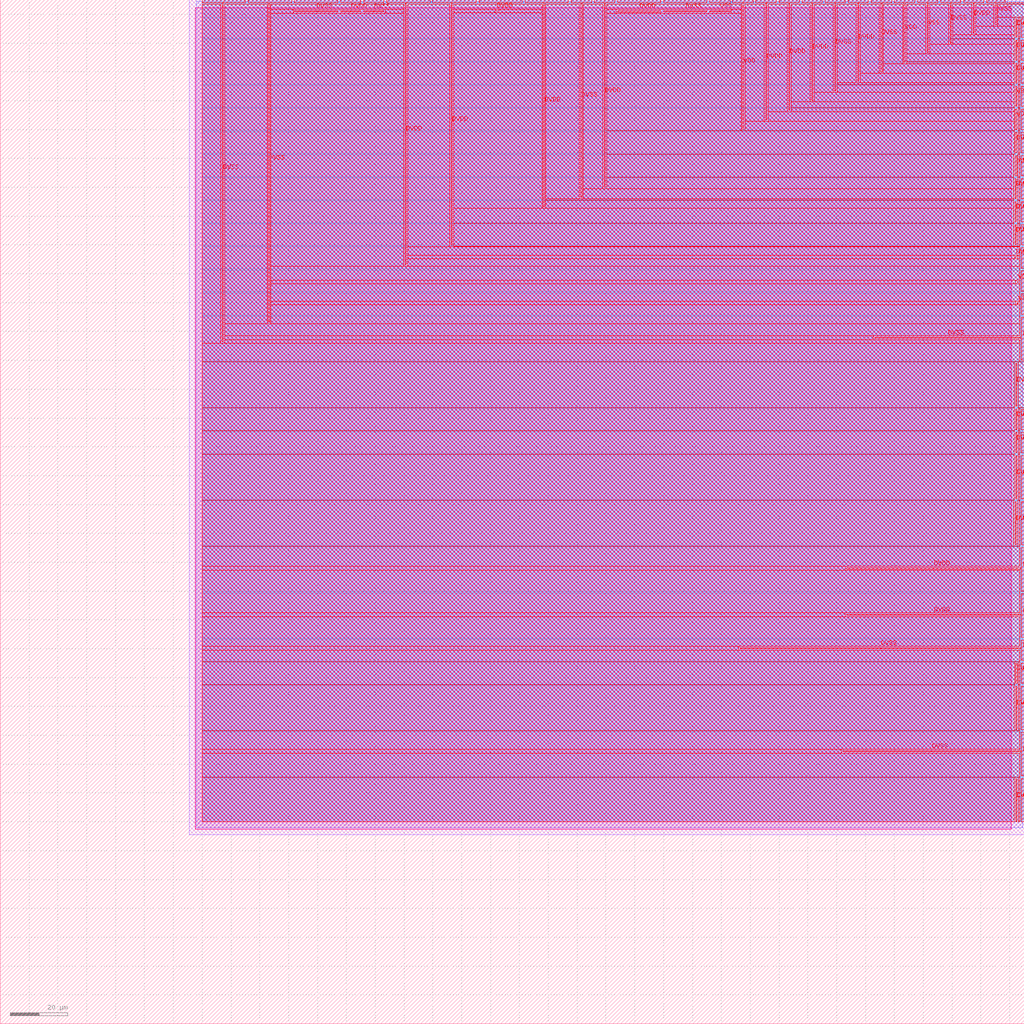
<source format=lef>
VERSION 5.7 ;
  NOWIREEXTENSIONATPIN ON ;
  DIVIDERCHAR "/" ;
  BUSBITCHARS "[]" ;
MACRO gf180mcu_fd_io__cor
  CLASS ENDCAP BOTTOMLEFT ;
  FOREIGN gf180mcu_fd_io__cor ;
  ORIGIN 0.000 0.000 ;
  SIZE 355.000 BY 355.000 ;
  SYMMETRY X Y R90 ;
  SITE GF_COR_Site ;
  PIN DVDD
    DIRECTION INOUT ;
    USE POWER ;
    PORT
      LAYER Metal3 ;
        RECT 334.000 354.000 341.000 355.000 ;
    END
    PORT
      LAYER Metal3 ;
        RECT 354.000 334.000 355.000 341.000 ;
    END
    PORT
      LAYER Metal3 ;
        RECT 294.000 354.000 301.000 355.000 ;
    END
    PORT
      LAYER Metal3 ;
        RECT 354.000 294.000 355.000 301.000 ;
    END
    PORT
      LAYER Metal3 ;
        RECT 278.000 354.000 285.000 355.000 ;
    END
    PORT
      LAYER Metal3 ;
        RECT 354.000 278.000 355.000 285.000 ;
    END
    PORT
      LAYER Metal3 ;
        RECT 270.000 354.000 277.000 355.000 ;
    END
    PORT
      LAYER Metal3 ;
        RECT 354.000 270.000 355.000 277.000 ;
    END
    PORT
      LAYER Metal3 ;
        RECT 262.000 354.000 269.000 355.000 ;
    END
    PORT
      LAYER Metal3 ;
        RECT 354.000 262.000 355.000 269.000 ;
    END
    PORT
      LAYER Metal3 ;
        RECT 214.000 354.000 229.000 355.000 ;
    END
    PORT
      LAYER Metal3 ;
        RECT 352.060 214.000 352.440 228.995 ;
    END
    PORT
      LAYER Metal3 ;
        RECT 206.000 354.000 213.000 355.000 ;
    END
    PORT
      LAYER Metal3 ;
        RECT 354.000 206.000 355.000 213.000 ;
    END
    PORT
      LAYER Metal3 ;
        RECT 182.000 354.000 197.000 355.000 ;
    END
    PORT
      LAYER Metal3 ;
        RECT 354.000 182.000 355.000 197.000 ;
    END
    PORT
      LAYER Metal3 ;
        RECT 166.000 354.000 181.000 355.000 ;
    END
    PORT
      LAYER Metal3 ;
        RECT 354.000 166.000 355.000 181.000 ;
    END
    PORT
      LAYER Metal3 ;
        RECT 150.000 354.000 165.000 355.000 ;
    END
    PORT
      LAYER Metal3 ;
        RECT 354.000 150.000 355.000 165.000 ;
    END
    PORT
      LAYER Metal3 ;
        RECT 134.000 354.000 149.000 355.000 ;
    END
    PORT
      LAYER Metal3 ;
        RECT 354.000 134.000 355.000 149.000 ;
    END
    PORT
      LAYER Metal3 ;
        RECT 118.000 354.000 125.000 355.000 ;
    END
    PORT
      LAYER Metal4 ;
        RECT 334.000 354.000 341.000 355.000 ;
    END
    PORT
      LAYER Metal4 ;
        RECT 354.000 334.000 355.000 341.000 ;
    END
    PORT
      LAYER Metal4 ;
        RECT 294.000 354.000 301.000 355.000 ;
    END
    PORT
      LAYER Metal4 ;
        RECT 354.000 294.000 355.000 301.000 ;
    END
    PORT
      LAYER Metal4 ;
        RECT 278.000 354.000 285.000 355.000 ;
    END
    PORT
      LAYER Metal4 ;
        RECT 354.000 278.000 355.000 285.000 ;
    END
    PORT
      LAYER Metal4 ;
        RECT 270.000 354.000 277.000 355.000 ;
    END
    PORT
      LAYER Metal4 ;
        RECT 354.000 270.000 355.000 277.000 ;
    END
    PORT
      LAYER Metal4 ;
        RECT 262.000 354.000 269.000 355.000 ;
    END
    PORT
      LAYER Metal4 ;
        RECT 354.000 262.000 355.000 269.000 ;
    END
    PORT
      LAYER Metal4 ;
        RECT 214.000 354.000 229.000 355.000 ;
    END
    PORT
      LAYER Metal4 ;
        RECT 352.060 214.000 352.440 228.995 ;
    END
    PORT
      LAYER Metal4 ;
        RECT 206.000 354.000 213.000 355.000 ;
    END
    PORT
      LAYER Metal4 ;
        RECT 354.000 206.000 355.000 213.000 ;
    END
    PORT
      LAYER Metal4 ;
        RECT 182.000 354.000 197.000 355.000 ;
    END
    PORT
      LAYER Metal4 ;
        RECT 354.000 182.000 355.000 197.000 ;
    END
    PORT
      LAYER Metal4 ;
        RECT 166.000 354.000 181.000 355.000 ;
    END
    PORT
      LAYER Metal4 ;
        RECT 354.000 166.000 355.000 181.000 ;
    END
    PORT
      LAYER Metal4 ;
        RECT 150.000 354.000 165.000 355.000 ;
    END
    PORT
      LAYER Metal4 ;
        RECT 354.000 150.000 355.000 165.000 ;
    END
    PORT
      LAYER Metal4 ;
        RECT 134.000 354.000 149.000 355.000 ;
    END
    PORT
      LAYER Metal4 ;
        RECT 354.000 134.000 355.000 149.000 ;
    END
    PORT
      LAYER Metal4 ;
        RECT 118.000 354.000 125.000 355.000 ;
    END
    PORT
      LAYER Metal5 ;
        RECT 334.000 354.000 341.000 355.000 ;
    END
    PORT
      LAYER Metal5 ;
        RECT 354.000 334.000 355.000 341.000 ;
    END
    PORT
      LAYER Metal5 ;
        RECT 294.000 354.000 301.000 355.000 ;
    END
    PORT
      LAYER Metal5 ;
        RECT 354.000 294.000 355.000 301.000 ;
    END
    PORT
      LAYER Metal5 ;
        RECT 278.000 354.000 285.000 355.000 ;
    END
    PORT
      LAYER Metal5 ;
        RECT 354.000 278.000 355.000 285.000 ;
    END
    PORT
      LAYER Metal5 ;
        RECT 270.000 354.000 277.000 355.000 ;
    END
    PORT
      LAYER Metal5 ;
        RECT 354.000 270.000 355.000 277.000 ;
    END
    PORT
      LAYER Metal5 ;
        RECT 262.000 354.000 269.000 355.000 ;
    END
    PORT
      LAYER Metal5 ;
        RECT 354.000 262.000 355.000 269.000 ;
    END
    PORT
      LAYER Metal5 ;
        RECT 214.000 354.000 229.000 355.000 ;
    END
    PORT
      LAYER Metal5 ;
        RECT 273.310 316.745 273.690 354.000 ;
    END
    PORT
      LAYER Metal5 ;
        RECT 206.000 354.000 213.000 355.000 ;
    END
    PORT
      LAYER Metal5 ;
        RECT 354.000 206.000 355.000 213.000 ;
    END
    PORT
      LAYER Metal5 ;
        RECT 182.000 354.000 197.000 355.000 ;
    END
    PORT
      LAYER Metal5 ;
        RECT 354.000 182.000 355.000 197.000 ;
    END
    PORT
      LAYER Metal5 ;
        RECT 166.000 354.000 181.000 355.000 ;
    END
    PORT
      LAYER Metal5 ;
        RECT 354.000 166.000 355.000 181.000 ;
    END
    PORT
      LAYER Metal5 ;
        RECT 150.000 354.000 165.000 355.000 ;
    END
    PORT
      LAYER Metal5 ;
        RECT 354.000 150.000 355.000 165.000 ;
    END
    PORT
      LAYER Metal5 ;
        RECT 134.000 354.000 149.000 355.000 ;
    END
    PORT
      LAYER Metal5 ;
        RECT 354.000 134.000 355.000 149.000 ;
    END
    PORT
      LAYER Metal5 ;
        RECT 118.000 354.000 125.000 355.000 ;
    END
    PORT
      LAYER Metal5 ;
        RECT 354.000 118.000 355.000 125.000 ;
    END
    PORT
      LAYER Metal4 ;
        RECT 354.000 118.000 355.000 125.000 ;
    END
    PORT
      LAYER Metal3 ;
        RECT 354.000 118.000 355.000 125.000 ;
    END
    PORT
      LAYER Metal5 ;
        RECT 337.310 343.345 337.690 354.000 ;
    END
    PORT
      LAYER Metal5 ;
        RECT 352.060 214.000 352.440 228.995 ;
    END
    PORT
      LAYER Metal4 ;
        RECT 351.950 265.690 352.230 265.970 ;
      LAYER Metal5 ;
        RECT 351.950 265.690 352.230 265.970 ;
    END
    PORT
      LAYER Metal5 ;
        RECT 351.910 270.000 352.290 277.000 ;
    END
    PORT
      LAYER Metal5 ;
        RECT 351.920 278.000 352.300 285.000 ;
    END
    PORT
      LAYER Metal5 ;
        RECT 351.945 294.000 352.325 301.000 ;
    END
    PORT
      LAYER Metal5 ;
        RECT 352.010 334.000 352.390 341.000 ;
    END
    PORT
      LAYER Metal5 ;
        RECT 214.000 350.740 229.000 351.120 ;
    END
    PORT
      LAYER Metal5 ;
        RECT 265.310 313.415 265.690 354.000 ;
    END
    PORT
      LAYER Metal5 ;
        RECT 281.310 320.060 281.690 354.000 ;
    END
    PORT
      LAYER Metal5 ;
        RECT 297.310 326.710 297.690 354.000 ;
    END
    PORT
      LAYER Metal5 ;
        RECT 209.310 289.930 209.690 354.000 ;
    END
    PORT
      LAYER Metal5 ;
        RECT 188.320 283.200 188.700 354.000 ;
    END
    PORT
      LAYER Metal5 ;
        RECT 118.000 350.800 125.000 351.180 ;
    END
    PORT
      LAYER Metal5 ;
        RECT 140.320 263.145 140.700 354.000 ;
    END
    PORT
      LAYER Metal5 ;
        RECT 156.320 269.835 156.700 354.000 ;
    END
    PORT
      LAYER Metal4 ;
        RECT 172.040 350.980 172.320 351.260 ;
      LAYER Metal5 ;
        RECT 172.040 350.980 172.320 351.260 ;
    END
    PORT
      LAYER Metal5 ;
        RECT 351.970 182.000 352.350 197.000 ;
    END
    PORT
      LAYER Metal5 ;
        RECT 352.035 206.000 352.415 213.000 ;
    END
    PORT
      LAYER Metal5 ;
        RECT 293.405 157.640 354.000 158.020 ;
    END
    PORT
      LAYER Metal5 ;
        RECT 351.920 166.000 352.300 181.000 ;
    END
    PORT
      LAYER Metal5 ;
        RECT 352.120 118.000 352.500 125.000 ;
    END
    PORT
      LAYER Metal5 ;
        RECT 293.405 141.640 354.000 142.020 ;
    END
  END DVDD
  PIN DVSS
    DIRECTION INOUT ;
    USE GROUND ;
    PORT
      LAYER Metal3 ;
        RECT 342.000 354.000 348.390 355.000 ;
    END
    PORT
      LAYER Metal3 ;
        RECT 354.000 342.000 355.000 348.390 ;
    END
    PORT
      LAYER Metal3 ;
        RECT 326.000 354.000 333.000 355.000 ;
    END
    PORT
      LAYER Metal3 ;
        RECT 354.000 326.000 355.000 333.000 ;
    END
    PORT
      LAYER Metal3 ;
        RECT 302.000 354.000 309.000 355.000 ;
    END
    PORT
      LAYER Metal3 ;
        RECT 354.000 302.000 355.000 309.000 ;
    END
    PORT
      LAYER Metal3 ;
        RECT 286.000 354.000 293.000 355.000 ;
    END
    PORT
      LAYER Metal3 ;
        RECT 354.000 286.000 355.000 293.000 ;
    END
    PORT
      LAYER Metal3 ;
        RECT 230.000 354.000 245.000 355.000 ;
    END
    PORT
      LAYER Metal3 ;
        RECT 354.000 230.000 355.000 245.000 ;
    END
    PORT
      LAYER Metal3 ;
        RECT 198.000 354.000 205.000 355.000 ;
    END
    PORT
      LAYER Metal3 ;
        RECT 354.000 198.000 355.000 205.000 ;
    END
    PORT
      LAYER Metal3 ;
        RECT 126.000 354.000 133.000 355.000 ;
    END
    PORT
      LAYER Metal3 ;
        RECT 354.000 126.000 355.000 133.000 ;
    END
    PORT
      LAYER Metal3 ;
        RECT 102.000 354.000 117.000 355.000 ;
    END
    PORT
      LAYER Metal3 ;
        RECT 354.000 102.000 355.000 117.000 ;
    END
    PORT
      LAYER Metal3 ;
        RECT 86.000 354.000 101.000 355.000 ;
    END
    PORT
      LAYER Metal3 ;
        RECT 354.000 86.000 355.000 101.000 ;
    END
    PORT
      LAYER Metal3 ;
        RECT 70.000 354.000 85.000 355.000 ;
    END
    PORT
      LAYER Metal4 ;
        RECT 342.000 354.000 348.390 355.000 ;
    END
    PORT
      LAYER Metal4 ;
        RECT 354.000 342.000 355.000 348.390 ;
    END
    PORT
      LAYER Metal4 ;
        RECT 326.000 354.000 333.000 355.000 ;
    END
    PORT
      LAYER Metal4 ;
        RECT 354.000 326.000 355.000 333.000 ;
    END
    PORT
      LAYER Metal4 ;
        RECT 302.000 354.000 309.000 355.000 ;
    END
    PORT
      LAYER Metal4 ;
        RECT 354.000 302.000 355.000 309.000 ;
    END
    PORT
      LAYER Metal4 ;
        RECT 286.000 354.000 293.000 355.000 ;
    END
    PORT
      LAYER Metal4 ;
        RECT 354.000 286.000 355.000 293.000 ;
    END
    PORT
      LAYER Metal4 ;
        RECT 230.000 354.000 245.000 355.000 ;
    END
    PORT
      LAYER Metal4 ;
        RECT 354.000 230.000 355.000 245.000 ;
    END
    PORT
      LAYER Metal4 ;
        RECT 198.000 354.000 205.000 355.000 ;
    END
    PORT
      LAYER Metal4 ;
        RECT 354.000 198.000 355.000 205.000 ;
    END
    PORT
      LAYER Metal4 ;
        RECT 126.000 354.000 133.000 355.000 ;
    END
    PORT
      LAYER Metal4 ;
        RECT 354.000 126.000 355.000 133.000 ;
    END
    PORT
      LAYER Metal4 ;
        RECT 102.000 354.000 117.000 355.000 ;
    END
    PORT
      LAYER Metal4 ;
        RECT 354.000 102.000 355.000 117.000 ;
    END
    PORT
      LAYER Metal4 ;
        RECT 86.000 354.000 101.000 355.000 ;
    END
    PORT
      LAYER Metal4 ;
        RECT 354.000 86.000 355.000 101.000 ;
    END
    PORT
      LAYER Metal4 ;
        RECT 70.000 354.000 85.000 355.000 ;
    END
    PORT
      LAYER Metal5 ;
        RECT 342.000 354.000 348.390 355.000 ;
    END
    PORT
      LAYER Metal5 ;
        RECT 354.000 342.000 355.000 348.390 ;
    END
    PORT
      LAYER Metal5 ;
        RECT 326.000 354.000 333.000 355.000 ;
    END
    PORT
      LAYER Metal5 ;
        RECT 354.000 326.000 355.000 333.000 ;
    END
    PORT
      LAYER Metal5 ;
        RECT 302.000 354.000 309.000 355.000 ;
    END
    PORT
      LAYER Metal5 ;
        RECT 354.000 302.000 355.000 309.000 ;
    END
    PORT
      LAYER Metal5 ;
        RECT 286.000 354.000 293.000 355.000 ;
    END
    PORT
      LAYER Metal5 ;
        RECT 354.000 286.000 355.000 293.000 ;
    END
    PORT
      LAYER Metal5 ;
        RECT 230.000 354.000 245.000 355.000 ;
    END
    PORT
      LAYER Metal5 ;
        RECT 354.000 230.000 355.000 245.000 ;
    END
    PORT
      LAYER Metal5 ;
        RECT 198.000 354.000 205.000 355.000 ;
    END
    PORT
      LAYER Metal5 ;
        RECT 354.000 198.000 355.000 205.000 ;
    END
    PORT
      LAYER Metal5 ;
        RECT 126.000 354.000 133.000 355.000 ;
    END
    PORT
      LAYER Metal5 ;
        RECT 354.000 126.000 355.000 133.000 ;
    END
    PORT
      LAYER Metal5 ;
        RECT 102.000 354.000 117.000 355.000 ;
    END
    PORT
      LAYER Metal5 ;
        RECT 354.000 102.000 355.000 117.000 ;
    END
    PORT
      LAYER Metal5 ;
        RECT 86.000 354.000 101.000 355.000 ;
    END
    PORT
      LAYER Metal5 ;
        RECT 354.000 86.000 355.000 101.000 ;
    END
    PORT
      LAYER Metal5 ;
        RECT 70.000 354.000 85.000 355.000 ;
    END
    PORT
      LAYER Metal5 ;
        RECT 354.000 70.000 355.000 85.000 ;
    END
    PORT
      LAYER Metal4 ;
        RECT 354.000 70.000 355.000 85.000 ;
    END
    PORT
      LAYER Metal3 ;
        RECT 354.000 70.000 355.000 85.000 ;
    END
    PORT
      LAYER Metal5 ;
        RECT 345.005 346.290 345.385 354.000 ;
    END
    PORT
      LAYER Metal5 ;
        RECT 303.085 237.640 354.000 238.020 ;
    END
    PORT
      LAYER Metal5 ;
        RECT 351.930 286.000 352.310 293.000 ;
    END
    PORT
      LAYER Metal5 ;
        RECT 351.955 302.000 352.335 309.000 ;
    END
    PORT
      LAYER Metal5 ;
        RECT 352.000 326.000 352.380 333.000 ;
    END
    PORT
      LAYER Metal5 ;
        RECT 351.975 342.000 352.355 348.390 ;
    END
    PORT
      LAYER Metal5 ;
        RECT 230.000 350.855 245.000 351.235 ;
    END
    PORT
      LAYER Metal5 ;
        RECT 289.310 323.375 289.690 354.000 ;
    END
    PORT
      LAYER Metal5 ;
        RECT 305.310 330.035 305.690 354.000 ;
    END
    PORT
      LAYER Metal5 ;
        RECT 329.335 340.000 329.715 354.000 ;
    END
    PORT
      LAYER Metal5 ;
        RECT 201.310 286.570 201.690 354.000 ;
    END
    PORT
      LAYER Metal5 ;
        RECT 76.980 236.435 77.360 354.000 ;
    END
    PORT
      LAYER Metal5 ;
        RECT 92.980 243.115 93.360 354.000 ;
    END
    PORT
      LAYER Metal5 ;
        RECT 102.000 350.755 117.000 351.135 ;
    END
    PORT
      LAYER Metal5 ;
        RECT 126.000 350.820 133.000 351.200 ;
    END
    PORT
      LAYER Metal5 ;
        RECT 292.025 94.300 354.000 94.680 ;
    END
    PORT
      LAYER Metal5 ;
        RECT 352.020 70.000 352.400 85.000 ;
    END
    PORT
      LAYER Metal5 ;
        RECT 352.075 102.000 352.455 117.000 ;
    END
    PORT
      LAYER Metal5 ;
        RECT 256.480 129.970 354.000 130.350 ;
    END
    PORT
      LAYER Metal5 ;
        RECT 352.005 198.000 352.385 205.000 ;
    END
  END DVSS
  PIN VDD
    DIRECTION INOUT ;
    USE POWER ;
    PORT
      LAYER Metal3 ;
        RECT 310.000 354.000 317.000 355.000 ;
    END
    PORT
      LAYER Metal3 ;
        RECT 354.000 310.000 355.000 317.000 ;
    END
    PORT
      LAYER Metal3 ;
        RECT 254.000 354.000 261.000 355.000 ;
    END
    PORT
      LAYER Metal4 ;
        RECT 310.000 354.000 317.000 355.000 ;
    END
    PORT
      LAYER Metal4 ;
        RECT 354.000 310.000 355.000 317.000 ;
    END
    PORT
      LAYER Metal4 ;
        RECT 254.000 354.000 261.000 355.000 ;
    END
    PORT
      LAYER Metal5 ;
        RECT 310.000 354.000 317.000 355.000 ;
    END
    PORT
      LAYER Metal5 ;
        RECT 354.000 310.000 355.000 317.000 ;
    END
    PORT
      LAYER Metal5 ;
        RECT 254.000 354.000 261.000 355.000 ;
    END
    PORT
      LAYER Metal5 ;
        RECT 354.000 254.000 355.000 261.000 ;
    END
    PORT
      LAYER Metal4 ;
        RECT 354.000 254.000 355.000 261.000 ;
    END
    PORT
      LAYER Metal3 ;
        RECT 354.000 254.000 355.000 261.000 ;
    END
    PORT
      LAYER Metal4 ;
        RECT 352.585 257.030 352.865 257.310 ;
      LAYER Metal5 ;
        RECT 352.585 257.030 352.865 257.310 ;
    END
    PORT
      LAYER Metal5 ;
        RECT 351.965 310.000 352.345 317.000 ;
    END
    PORT
      LAYER Metal5 ;
        RECT 257.310 310.075 257.690 354.000 ;
    END
    PORT
      LAYER Metal5 ;
        RECT 313.310 333.350 313.690 354.000 ;
    END
  END VDD
  PIN VSS
    DIRECTION INOUT ;
    USE GROUND ;
    PORT
      LAYER Metal3 ;
        RECT 318.000 354.000 325.000 355.000 ;
    END
    PORT
      LAYER Metal3 ;
        RECT 354.000 318.000 355.000 325.000 ;
    END
    PORT
      LAYER Metal3 ;
        RECT 246.000 354.000 253.000 355.000 ;
    END
    PORT
      LAYER Metal4 ;
        RECT 318.000 354.000 325.000 355.000 ;
    END
    PORT
      LAYER Metal4 ;
        RECT 354.000 318.000 355.000 325.000 ;
    END
    PORT
      LAYER Metal4 ;
        RECT 246.000 354.000 253.000 355.000 ;
    END
    PORT
      LAYER Metal5 ;
        RECT 318.000 354.000 325.000 355.000 ;
    END
    PORT
      LAYER Metal5 ;
        RECT 354.000 318.000 355.000 325.000 ;
    END
    PORT
      LAYER Metal5 ;
        RECT 246.000 354.000 253.000 355.000 ;
    END
    PORT
      LAYER Metal5 ;
        RECT 354.000 246.000 355.000 253.000 ;
    END
    PORT
      LAYER Metal4 ;
        RECT 354.000 246.000 355.000 253.000 ;
    END
    PORT
      LAYER Metal3 ;
        RECT 354.000 246.000 355.000 253.000 ;
    END
    PORT
      LAYER Metal4 ;
        RECT 352.580 249.690 352.860 249.970 ;
      LAYER Metal5 ;
        RECT 352.580 249.690 352.860 249.970 ;
    END
    PORT
      LAYER Metal5 ;
        RECT 351.995 318.000 352.375 325.000 ;
    END
    PORT
      LAYER Metal5 ;
        RECT 246.000 350.880 253.000 351.260 ;
    END
    PORT
      LAYER Metal5 ;
        RECT 321.310 336.710 321.690 354.000 ;
    END
  END VSS
  OBS
      LAYER Nwell ;
        RECT 67.560 67.500 350.445 352.170 ;
      LAYER Metal1 ;
        RECT 65.540 65.540 355.000 355.000 ;
      LAYER Metal2 ;
        RECT 68.030 67.970 354.505 354.450 ;
      LAYER Metal3 ;
        RECT 85.300 353.700 85.700 354.450 ;
        RECT 101.300 353.700 101.700 354.450 ;
        RECT 117.300 353.700 117.700 354.450 ;
        RECT 125.300 353.700 125.700 354.450 ;
        RECT 133.300 353.700 133.700 354.450 ;
        RECT 149.300 353.700 149.700 354.450 ;
        RECT 165.300 353.700 165.700 354.450 ;
        RECT 181.300 353.700 181.700 354.450 ;
        RECT 197.300 353.700 197.700 354.450 ;
        RECT 205.300 353.700 205.700 354.450 ;
        RECT 213.300 353.700 213.700 354.450 ;
        RECT 229.300 353.700 229.700 354.450 ;
        RECT 245.300 353.700 245.700 354.450 ;
        RECT 253.300 353.700 253.700 354.450 ;
        RECT 261.300 353.700 261.700 354.450 ;
        RECT 269.300 353.700 269.700 354.450 ;
        RECT 277.300 353.700 277.700 354.450 ;
        RECT 285.300 353.700 285.700 354.450 ;
        RECT 293.300 353.700 293.700 354.450 ;
        RECT 301.300 353.700 301.700 354.450 ;
        RECT 309.300 353.700 309.700 354.450 ;
        RECT 317.300 353.700 317.700 354.450 ;
        RECT 325.300 353.700 325.700 354.450 ;
        RECT 333.300 353.700 333.700 354.450 ;
        RECT 341.300 353.700 341.700 354.450 ;
        RECT 348.690 353.700 355.000 354.450 ;
        RECT 70.000 348.690 355.000 353.700 ;
        RECT 70.000 341.700 353.700 348.690 ;
        RECT 70.000 341.300 355.000 341.700 ;
        RECT 70.000 333.700 353.700 341.300 ;
        RECT 70.000 333.300 355.000 333.700 ;
        RECT 70.000 325.700 353.700 333.300 ;
        RECT 70.000 325.300 355.000 325.700 ;
        RECT 70.000 317.700 353.700 325.300 ;
        RECT 70.000 317.300 355.000 317.700 ;
        RECT 70.000 309.700 353.700 317.300 ;
        RECT 70.000 309.300 355.000 309.700 ;
        RECT 70.000 301.700 353.700 309.300 ;
        RECT 70.000 301.300 355.000 301.700 ;
        RECT 70.000 293.700 353.700 301.300 ;
        RECT 70.000 293.300 355.000 293.700 ;
        RECT 70.000 285.700 353.700 293.300 ;
        RECT 70.000 285.300 355.000 285.700 ;
        RECT 70.000 277.700 353.700 285.300 ;
        RECT 70.000 277.300 355.000 277.700 ;
        RECT 70.000 269.700 353.700 277.300 ;
        RECT 70.000 269.300 355.000 269.700 ;
        RECT 70.000 261.700 353.700 269.300 ;
        RECT 70.000 261.300 355.000 261.700 ;
        RECT 70.000 253.700 353.700 261.300 ;
        RECT 70.000 253.300 355.000 253.700 ;
        RECT 70.000 245.700 353.700 253.300 ;
        RECT 70.000 245.300 355.000 245.700 ;
        RECT 70.000 229.700 353.700 245.300 ;
        RECT 70.000 229.295 355.000 229.700 ;
        RECT 70.000 213.700 351.760 229.295 ;
        RECT 352.740 213.700 355.000 229.295 ;
        RECT 70.000 213.300 355.000 213.700 ;
        RECT 70.000 205.700 353.700 213.300 ;
        RECT 70.000 205.300 355.000 205.700 ;
        RECT 70.000 197.700 353.700 205.300 ;
        RECT 70.000 197.300 355.000 197.700 ;
        RECT 70.000 181.700 353.700 197.300 ;
        RECT 70.000 181.300 355.000 181.700 ;
        RECT 70.000 165.700 353.700 181.300 ;
        RECT 70.000 165.300 355.000 165.700 ;
        RECT 70.000 149.700 353.700 165.300 ;
        RECT 70.000 149.300 355.000 149.700 ;
        RECT 70.000 133.700 353.700 149.300 ;
        RECT 70.000 133.300 355.000 133.700 ;
        RECT 70.000 125.700 353.700 133.300 ;
        RECT 70.000 125.300 355.000 125.700 ;
        RECT 70.000 117.700 353.700 125.300 ;
        RECT 70.000 117.300 355.000 117.700 ;
        RECT 70.000 101.700 353.700 117.300 ;
        RECT 70.000 101.300 355.000 101.700 ;
        RECT 70.000 85.700 353.700 101.300 ;
        RECT 70.000 85.300 355.000 85.700 ;
        RECT 70.000 70.000 353.700 85.300 ;
      LAYER Metal4 ;
        RECT 85.300 353.700 85.700 354.000 ;
        RECT 101.300 353.700 101.700 354.000 ;
        RECT 117.300 353.700 117.700 354.000 ;
        RECT 125.300 353.700 125.700 354.000 ;
        RECT 133.300 353.700 133.700 354.000 ;
        RECT 149.300 353.700 149.700 354.000 ;
        RECT 165.300 353.700 165.700 354.000 ;
        RECT 181.300 353.700 181.700 354.000 ;
        RECT 197.300 353.700 197.700 354.000 ;
        RECT 205.300 353.700 205.700 354.000 ;
        RECT 213.300 353.700 213.700 354.000 ;
        RECT 229.300 353.700 229.700 354.000 ;
        RECT 245.300 353.700 245.700 354.000 ;
        RECT 253.300 353.700 253.700 354.000 ;
        RECT 261.300 353.700 261.700 354.000 ;
        RECT 269.300 353.700 269.700 354.000 ;
        RECT 277.300 353.700 277.700 354.000 ;
        RECT 285.300 353.700 285.700 354.000 ;
        RECT 293.300 353.700 293.700 354.000 ;
        RECT 301.300 353.700 301.700 354.000 ;
        RECT 309.300 353.700 309.700 354.000 ;
        RECT 317.300 353.700 317.700 354.000 ;
        RECT 325.300 353.700 325.700 354.000 ;
        RECT 333.300 353.700 333.700 354.000 ;
        RECT 341.300 353.700 341.700 354.000 ;
        RECT 348.690 353.700 355.000 354.000 ;
        RECT 70.000 348.690 355.000 353.700 ;
        RECT 70.000 341.700 353.700 348.690 ;
        RECT 70.000 341.300 355.000 341.700 ;
        RECT 70.000 333.700 353.700 341.300 ;
        RECT 70.000 333.300 355.000 333.700 ;
        RECT 70.000 325.700 353.700 333.300 ;
        RECT 70.000 325.300 355.000 325.700 ;
        RECT 70.000 317.700 353.700 325.300 ;
        RECT 70.000 317.300 355.000 317.700 ;
        RECT 70.000 309.700 353.700 317.300 ;
        RECT 70.000 309.300 355.000 309.700 ;
        RECT 70.000 301.700 353.700 309.300 ;
        RECT 70.000 301.300 355.000 301.700 ;
        RECT 70.000 293.700 353.700 301.300 ;
        RECT 70.000 293.300 355.000 293.700 ;
        RECT 70.000 285.700 353.700 293.300 ;
        RECT 70.000 285.300 355.000 285.700 ;
        RECT 70.000 277.700 353.700 285.300 ;
        RECT 70.000 277.300 355.000 277.700 ;
        RECT 70.000 269.700 353.700 277.300 ;
        RECT 70.000 269.300 355.000 269.700 ;
        RECT 70.000 261.700 353.700 269.300 ;
        RECT 70.000 261.300 355.000 261.700 ;
        RECT 70.000 253.700 353.700 261.300 ;
        RECT 70.000 253.300 355.000 253.700 ;
        RECT 70.000 245.700 353.700 253.300 ;
        RECT 70.000 245.300 355.000 245.700 ;
        RECT 70.000 229.700 353.700 245.300 ;
        RECT 70.000 229.295 355.000 229.700 ;
        RECT 70.000 213.700 351.760 229.295 ;
        RECT 352.740 213.700 355.000 229.295 ;
        RECT 70.000 213.300 355.000 213.700 ;
        RECT 70.000 205.700 353.700 213.300 ;
        RECT 70.000 205.300 355.000 205.700 ;
        RECT 70.000 197.700 353.700 205.300 ;
        RECT 70.000 197.300 355.000 197.700 ;
        RECT 70.000 181.700 353.700 197.300 ;
        RECT 70.000 181.300 355.000 181.700 ;
        RECT 70.000 165.700 353.700 181.300 ;
        RECT 70.000 165.300 355.000 165.700 ;
        RECT 70.000 149.700 353.700 165.300 ;
        RECT 70.000 149.300 355.000 149.700 ;
        RECT 70.000 133.700 353.700 149.300 ;
        RECT 70.000 133.300 355.000 133.700 ;
        RECT 70.000 125.700 353.700 133.300 ;
        RECT 70.000 125.300 355.000 125.700 ;
        RECT 70.000 117.700 353.700 125.300 ;
        RECT 70.000 117.300 355.000 117.700 ;
        RECT 70.000 101.700 353.700 117.300 ;
        RECT 70.000 101.300 355.000 101.700 ;
        RECT 70.000 85.700 353.700 101.300 ;
        RECT 70.000 85.300 355.000 85.700 ;
        RECT 70.000 70.000 353.700 85.300 ;
      LAYER Metal5 ;
        RECT 348.890 353.500 355.000 354.000 ;
        RECT 70.000 235.935 76.480 353.500 ;
        RECT 77.860 242.615 92.480 353.500 ;
        RECT 93.860 351.700 139.820 353.500 ;
        RECT 93.860 351.680 125.500 351.700 ;
        RECT 93.860 351.635 117.500 351.680 ;
        RECT 93.860 350.255 101.500 351.635 ;
        RECT 133.500 350.320 139.820 351.700 ;
        RECT 125.500 350.300 139.820 350.320 ;
        RECT 117.500 350.255 139.820 350.300 ;
        RECT 93.860 262.645 139.820 350.255 ;
        RECT 141.200 269.335 155.820 353.500 ;
        RECT 157.200 351.760 187.820 353.500 ;
        RECT 157.200 350.480 171.540 351.760 ;
        RECT 172.820 350.480 187.820 351.760 ;
        RECT 157.200 282.700 187.820 350.480 ;
        RECT 189.200 286.070 200.810 353.500 ;
        RECT 202.190 289.430 208.810 353.500 ;
        RECT 210.190 351.760 256.810 353.500 ;
        RECT 210.190 351.735 245.500 351.760 ;
        RECT 210.190 351.620 229.500 351.735 ;
        RECT 210.190 350.240 213.500 351.620 ;
        RECT 253.500 350.380 256.810 351.760 ;
        RECT 245.500 350.355 256.810 350.380 ;
        RECT 229.500 350.240 256.810 350.355 ;
        RECT 210.190 309.575 256.810 350.240 ;
        RECT 258.190 312.915 264.810 353.500 ;
        RECT 266.190 316.245 272.810 353.500 ;
        RECT 274.190 319.560 280.810 353.500 ;
        RECT 282.190 322.875 288.810 353.500 ;
        RECT 290.190 326.210 296.810 353.500 ;
        RECT 298.190 329.535 304.810 353.500 ;
        RECT 306.190 332.850 312.810 353.500 ;
        RECT 314.190 336.210 320.810 353.500 ;
        RECT 322.190 339.500 328.835 353.500 ;
        RECT 330.215 342.845 336.810 353.500 ;
        RECT 338.190 345.790 344.505 353.500 ;
        RECT 345.885 348.890 355.000 353.500 ;
        RECT 345.885 345.790 351.475 348.890 ;
        RECT 338.190 342.845 351.475 345.790 ;
        RECT 330.215 341.500 351.475 342.845 ;
        RECT 352.855 341.500 353.500 348.890 ;
        RECT 330.215 339.500 351.510 341.500 ;
        RECT 322.190 336.210 351.510 339.500 ;
        RECT 314.190 333.500 351.510 336.210 ;
        RECT 352.890 333.500 353.500 341.500 ;
        RECT 314.190 332.850 351.500 333.500 ;
        RECT 306.190 329.535 351.500 332.850 ;
        RECT 298.190 326.210 351.500 329.535 ;
        RECT 290.190 325.500 351.500 326.210 ;
        RECT 352.880 325.500 353.500 333.500 ;
        RECT 290.190 322.875 351.495 325.500 ;
        RECT 282.190 319.560 351.495 322.875 ;
        RECT 274.190 317.500 351.495 319.560 ;
        RECT 352.875 317.500 353.500 325.500 ;
        RECT 274.190 316.245 351.465 317.500 ;
        RECT 266.190 312.915 351.465 316.245 ;
        RECT 258.190 309.575 351.465 312.915 ;
        RECT 210.190 309.500 351.465 309.575 ;
        RECT 352.845 309.500 353.500 317.500 ;
        RECT 210.190 301.500 351.455 309.500 ;
        RECT 352.835 301.500 353.500 309.500 ;
        RECT 210.190 293.500 351.445 301.500 ;
        RECT 352.825 293.500 353.500 301.500 ;
        RECT 210.190 289.430 351.430 293.500 ;
        RECT 202.190 286.070 351.430 289.430 ;
        RECT 189.200 285.500 351.430 286.070 ;
        RECT 352.810 285.500 353.500 293.500 ;
        RECT 189.200 282.700 351.420 285.500 ;
        RECT 157.200 277.500 351.420 282.700 ;
        RECT 352.800 277.500 353.500 285.500 ;
        RECT 157.200 269.500 351.410 277.500 ;
        RECT 352.790 269.500 353.500 277.500 ;
        RECT 157.200 269.335 353.500 269.500 ;
        RECT 141.200 266.470 353.500 269.335 ;
        RECT 141.200 265.190 351.450 266.470 ;
        RECT 352.730 265.190 353.500 266.470 ;
        RECT 141.200 262.645 353.500 265.190 ;
        RECT 93.860 257.810 353.500 262.645 ;
        RECT 93.860 256.530 352.085 257.810 ;
        RECT 353.365 256.530 353.500 257.810 ;
        RECT 93.860 250.470 353.500 256.530 ;
        RECT 93.860 249.190 352.080 250.470 ;
        RECT 353.360 249.190 353.500 250.470 ;
        RECT 93.860 242.615 353.500 249.190 ;
        RECT 77.860 238.520 353.500 242.615 ;
        RECT 77.860 237.140 302.585 238.520 ;
        RECT 77.860 235.935 353.500 237.140 ;
        RECT 70.000 229.500 353.500 235.935 ;
        RECT 70.000 229.495 355.000 229.500 ;
        RECT 70.000 213.500 351.560 229.495 ;
        RECT 352.940 213.500 355.000 229.495 ;
        RECT 70.000 205.500 351.535 213.500 ;
        RECT 352.915 205.500 353.500 213.500 ;
        RECT 70.000 197.500 351.505 205.500 ;
        RECT 352.885 197.500 353.500 205.500 ;
        RECT 70.000 181.500 351.470 197.500 ;
        RECT 352.850 181.500 353.500 197.500 ;
        RECT 70.000 165.500 351.420 181.500 ;
        RECT 352.800 165.500 353.500 181.500 ;
        RECT 70.000 158.520 353.500 165.500 ;
        RECT 70.000 157.140 292.905 158.520 ;
        RECT 70.000 142.520 353.500 157.140 ;
        RECT 70.000 141.140 292.905 142.520 ;
        RECT 70.000 130.850 353.500 141.140 ;
        RECT 70.000 129.470 255.980 130.850 ;
        RECT 70.000 125.500 353.500 129.470 ;
        RECT 70.000 117.500 351.620 125.500 ;
        RECT 353.000 117.500 353.500 125.500 ;
        RECT 70.000 101.500 351.575 117.500 ;
        RECT 352.955 101.500 353.500 117.500 ;
        RECT 70.000 95.180 353.500 101.500 ;
        RECT 70.000 93.800 291.525 95.180 ;
        RECT 70.000 85.500 353.500 93.800 ;
        RECT 70.000 70.000 351.520 85.500 ;
        RECT 352.900 70.000 353.500 85.500 ;
  END
END gf180mcu_fd_io__cor
END LIBRARY


</source>
